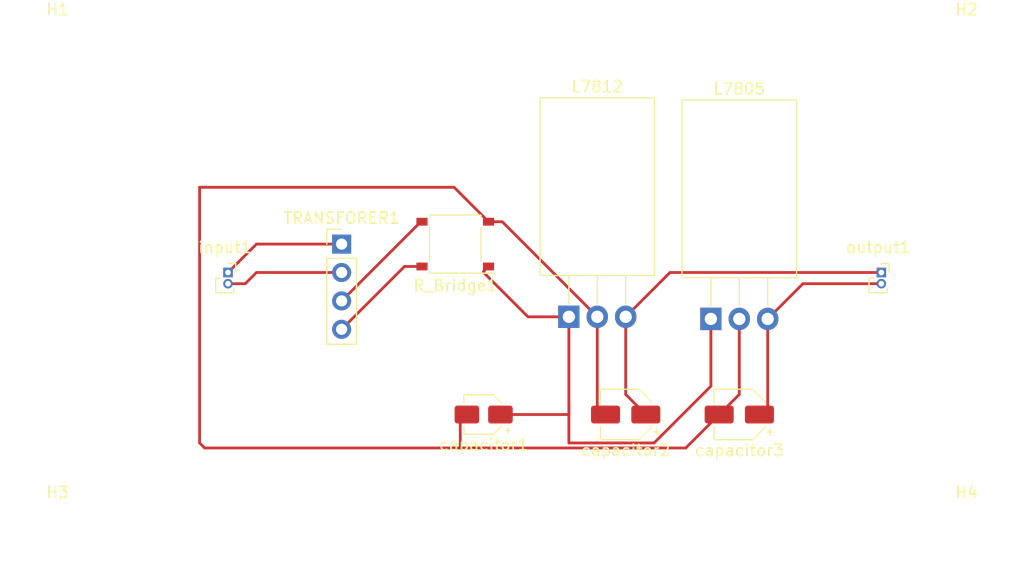
<source format=kicad_pcb>
(kicad_pcb (version 20211014) (generator pcbnew)
  (layers (0 "F.Cu" signal) (31 "B.Cu" signal) (34 "B.Paste" user) (35 "F.Paste" user) (36 "B.SilkS" user "B.Silkscreen") (37 "F.SilkS" user "F.Silkscreen") (38 "B.Mask" user) (39 "F.Mask" user) (44 "Edge.Cuts" user))
  (net 0 "")
  (net 1 "Net-(L7805-Pad1)")
  (net 2 "GND")
  (net 3 "Net-(L7812-Pad3)")
  (net 4 "Net-(L7805-Pad3)")
  (net 5 "Net-(TRANSFORER1-Pad1)")
  (net 6 "Net-(TRANSFORER1-Pad2)")
  (net 7 "Net-(R_Bridge1-Pad3)")
  (net 8 "Net-(R_Bridge1-Pad4)")
  (footprint "Connector_PinSocket_1.00mm:PinSocket_1x02_P1.00mm_Vertical" (layer "F.Cu") (at 203.2 93.98)
    (fp_text reference "output1" (at -0.29 -2.25) (layer "F.SilkS"))
    (fp_text value "Conn")
    (fp_line (start 0 -0.81) (end 0.685 -0.81) (layer "F.SilkS") (width 0.12))
    (fp_line (start 0.685 -0.81) (end 0.685 0) (layer "F.SilkS") (width 0.12))
    (fp_line (start -1.1 0.5) (end -0.685 0.5) (layer "F.SilkS") (width 0.12))
    (fp_line (start -1.1 1.81) (end 0.52 1.81) (layer "F.SilkS") (width 0.12))
    (fp_line (start -1.1 0.5) (end -1.1 1.81) (layer "F.SilkS") (width 0.12))
    (fp_line (start 0.52 1.445898) (end 0.52 1.81) (layer "F.SilkS") (width 0.12))
    (pad "1" thru_hole rect (at 0 0) (size 0.85 0.85) (drill 0.5) (layers *.Cu *.Mask) (net 3 "Net-(L7812-Pad3)"))
    (pad "2" thru_hole oval (at 0 1) (size 0.85 0.85) (drill 0.5) (layers *.Cu *.Mask) (net 4 "Net-(L7805-Pad3)"))
  )
  (footprint "Diode_SMD:Diode_Bridge_Diotec_ABS" (layer "F.Cu") (at 165.1 91.44 180)
    (fp_text reference "R_Bridge1" (at 0 -3.7) (layer "F.SilkS"))
    (fp_text value "ABS4")
    (fp_line (start 2.3 -2.4) (end 2.3 -2.6) (layer "F.SilkS") (width 0.12))
    (fp_line (start 2.3 2.6) (end -2.3 2.6) (layer "F.SilkS") (width 0.12))
    (fp_line (start 2.3 -1.5) (end 2.3 1.5) (layer "F.SilkS") (width 0.12))
    (fp_line (start 2.3 -2.6) (end -3.5 -2.6) (layer "F.SilkS") (width 0.12))
    (fp_line (start -2.3 2.6) (end -2.3 2.4) (layer "F.SilkS") (width 0.12))
    (fp_line (start -2.3 1.5) (end -2.3 -1.5) (layer "F.SilkS") (width 0.12))
    (fp_line (start 2.3 2.4) (end 2.3 2.6) (layer "F.SilkS") (width 0.12))
    (pad "1" smd rect (at -2.975 -2 180) (size 1 0.7) (layers "F.Cu" "F.Paste" "F.Mask") (net 1 "Net-(L7805-Pad1)"))
    (pad "2" smd rect (at -2.975 2 180) (size 1 0.7) (layers "F.Cu" "F.Paste" "F.Mask") (net 2 "GND"))
    (pad "3" smd rect (at 2.975 2 180) (size 1 0.7) (layers "F.Cu" "F.Paste" "F.Mask") (net 7 "Net-(R_Bridge1-Pad3)"))
    (pad "4" smd rect (at 2.975 -2 180) (size 1 0.7) (layers "F.Cu" "F.Paste" "F.Mask") (net 8 "Net-(R_Bridge1-Pad4)"))
  )
  (footprint "MountingHole:MountingHole_2.1mm" (layer "F.Cu") (at 210.82 73.66)
    (fp_text reference "H2" (at 0 -3.2) (layer "F.SilkS"))
    (fp_text value "MountingHole")
    (pad "" np_thru_hole circle (at 0 0) (size 2.1 2.1) (drill 2.1) (layers *.Cu *.Mask))
  )
  (footprint "Package_TO_SOT_THT:TO-220-3_Horizontal_TabDown" (layer "F.Cu") (at 175.26 97.94)
    (fp_text reference "L7812" (at 2.54 -20.58) (layer "F.SilkS"))
    (fp_text value "L7812")
    (fp_line (start 2.54 -3.69) (end 2.54 -1.15) (layer "F.SilkS") (width 0.12))
    (fp_line (start 7.66 -19.58) (end 7.66 -3.69) (layer "F.SilkS") (width 0.12))
    (fp_line (start -2.58 -19.58) (end -2.58 -3.69) (layer "F.SilkS") (width 0.12))
    (fp_line (start -2.58 -19.58) (end 7.66 -19.58) (layer "F.SilkS") (width 0.12))
    (fp_line (start 5.08 -3.69) (end 5.08 -1.15) (layer "F.SilkS") (width 0.12))
    (fp_line (start 0 -3.69) (end 0 -1.15) (layer "F.SilkS") (width 0.12))
    (fp_line (start -2.58 -3.69) (end 7.66 -3.69) (layer "F.SilkS") (width 0.12))
    (pad "" np_thru_hole oval (at 2.54 -16.66) (size 3.5 3.5) (drill 3.5) (layers *.Cu *.Mask))
    (pad "1" thru_hole rect (at 0 0) (size 1.905 2) (drill 1.1) (layers *.Cu *.Mask) (net 1 "Net-(L7805-Pad1)"))
    (pad "2" thru_hole oval (at 2.54 0) (size 1.905 2) (drill 1.1) (layers *.Cu *.Mask) (net 2 "GND"))
    (pad "3" thru_hole oval (at 5.08 0) (size 1.905 2) (drill 1.1) (layers *.Cu *.Mask) (net 3 "Net-(L7812-Pad3)"))
  )
  (footprint "MountingHole:MountingHole_2.1mm" (layer "F.Cu") (at 210.82 116.84)
    (fp_text reference "H4" (at 0 -3.2) (layer "F.SilkS"))
    (fp_text value "MountingHole")
    (pad "" np_thru_hole circle (at 0 0) (size 2.1 2.1) (drill 2.1) (layers *.Cu *.Mask))
  )
  (footprint "Connector_PinSocket_1.00mm:PinSocket_1x02_P1.00mm_Vertical" (layer "F.Cu") (at 144.78 93.98)
    (fp_text reference "input1" (at -0.29 -2.25) (layer "F.SilkS"))
    (fp_text value "Conn")
    (fp_line (start -1.1 1.81) (end 0.52 1.81) (layer "F.SilkS") (width 0.12))
    (fp_line (start 0.52 1.445898) (end 0.52 1.81) (layer "F.SilkS") (width 0.12))
    (fp_line (start -1.1 0.5) (end -0.685 0.5) (layer "F.SilkS") (width 0.12))
    (fp_line (start 0 -0.81) (end 0.685 -0.81) (layer "F.SilkS") (width 0.12))
    (fp_line (start -1.1 0.5) (end -1.1 1.81) (layer "F.SilkS") (width 0.12))
    (fp_line (start 0.685 -0.81) (end 0.685 0) (layer "F.SilkS") (width 0.12))
    (pad "1" thru_hole rect (at 0 0) (size 0.85 0.85) (drill 0.5) (layers *.Cu *.Mask) (net 5 "Net-(TRANSFORER1-Pad1)"))
    (pad "2" thru_hole oval (at 0 1) (size 0.85 0.85) (drill 0.5) (layers *.Cu *.Mask) (net 6 "Net-(TRANSFORER1-Pad2)"))
  )
  (footprint "Package_TO_SOT_THT:TO-220-3_Horizontal_TabDown" (layer "F.Cu") (at 187.96 98.13)
    (fp_text reference "L7805" (at 2.54 -20.58) (layer "F.SilkS"))
    (fp_text value "L7805")
    (fp_line (start 7.66 -19.58) (end 7.66 -3.69) (layer "F.SilkS") (width 0.12))
    (fp_line (start -2.58 -3.69) (end 7.66 -3.69) (layer "F.SilkS") (width 0.12))
    (fp_line (start -2.58 -19.58) (end 7.66 -19.58) (layer "F.SilkS") (width 0.12))
    (fp_line (start 0 -3.69) (end 0 -1.15) (layer "F.SilkS") (width 0.12))
    (fp_line (start 2.54 -3.69) (end 2.54 -1.15) (layer "F.SilkS") (width 0.12))
    (fp_line (start 5.08 -3.69) (end 5.08 -1.15) (layer "F.SilkS") (width 0.12))
    (fp_line (start -2.58 -19.58) (end -2.58 -3.69) (layer "F.SilkS") (width 0.12))
    (pad "" np_thru_hole oval (at 2.54 -16.66) (size 3.5 3.5) (drill 3.5) (layers *.Cu *.Mask))
    (pad "1" thru_hole rect (at 0 0) (size 1.905 2) (drill 1.1) (layers *.Cu *.Mask) (net 1 "Net-(L7805-Pad1)"))
    (pad "2" thru_hole oval (at 2.54 0) (size 1.905 2) (drill 1.1) (layers *.Cu *.Mask) (net 2 "GND"))
    (pad "3" thru_hole oval (at 5.08 0) (size 1.905 2) (drill 1.1) (layers *.Cu *.Mask) (net 4 "Net-(L7805-Pad3)"))
  )
  (footprint "Capacitor_SMD:CP_Elec_4x3" (layer "F.Cu") (at 180.34 106.68 180)
    (fp_text reference "capacitor2" (at 0 -3.2) (layer "F.SilkS"))
    (fp_text value "c2")
    (fp_line (start -2.26 1.195563) (end -2.26 1.06) (layer "F.SilkS") (width 0.12))
    (fp_line (start -3 -1.56) (end -2.5 -1.56) (layer "F.SilkS") (width 0.12))
    (fp_line (start -1.195563 -2.26) (end 2.26 -2.26) (layer "F.SilkS") (width 0.12))
    (fp_line (start -2.26 1.195563) (end -1.195563 2.26) (layer "F.SilkS") (width 0.12))
    (fp_line (start -2.75 -1.81) (end -2.75 -1.31) (layer "F.SilkS") (width 0.12))
    (fp_line (start 2.26 2.26) (end 2.26 1.06) (layer "F.SilkS") (width 0.12))
    (fp_line (start -2.26 -1.195563) (end -1.195563 -2.26) (layer "F.SilkS") (width 0.12))
    (fp_line (start 2.26 -2.26) (end 2.26 -1.06) (layer "F.SilkS") (width 0.12))
    (fp_line (start -2.26 -1.195563) (end -2.26 -1.06) (layer "F.SilkS") (width 0.12))
    (fp_line (start -1.195563 2.26) (end 2.26 2.26) (layer "F.SilkS") (width 0.12))
    (pad "1" smd roundrect (at -1.8 0 180) (size 2.6 1.6) (layers "F.Cu" "F.Paste" "F.Mask") (roundrect_rratio 0.15625) (net 3 "Net-(L7812-Pad3)"))
    (pad "2" smd roundrect (at 1.8 0 180) (size 2.6 1.6) (layers "F.Cu" "F.Paste" "F.Mask") (roundrect_rratio 0.15625) (net 2 "GND"))
  )
  (footprint "Capacitor_SMD:CP_Elec_4x3" (layer "F.Cu") (at 190.5 106.68 180)
    (fp_text reference "capacitor3" (at 0 -3.2) (layer "F.SilkS"))
    (fp_text value "c3")
    (fp_line (start 2.26 2.26) (end 2.26 1.06) (layer "F.SilkS") (width 0.12))
    (fp_line (start -2.26 -1.195563) (end -2.26 -1.06) (layer "F.SilkS") (width 0.12))
    (fp_line (start 2.26 -2.26) (end 2.26 -1.06) (layer "F.SilkS") (width 0.12))
    (fp_line (start -2.26 1.195563) (end -1.195563 2.26) (layer "F.SilkS") (width 0.12))
    (fp_line (start -1.195563 -2.26) (end 2.26 -2.26) (layer "F.SilkS") (width 0.12))
    (fp_line (start -3 -1.56) (end -2.5 -1.56) (layer "F.SilkS") (width 0.12))
    (fp_line (start -2.26 1.195563) (end -2.26 1.06) (layer "F.SilkS") (width 0.12))
    (fp_line (start -2.75 -1.81) (end -2.75 -1.31) (layer "F.SilkS") (width 0.12))
    (fp_line (start -1.195563 2.26) (end 2.26 2.26) (layer "F.SilkS") (width 0.12))
    (fp_line (start -2.26 -1.195563) (end -1.195563 -2.26) (layer "F.SilkS") (width 0.12))
    (pad "1" smd roundrect (at -1.8 0 180) (size 2.6 1.6) (layers "F.Cu" "F.Paste" "F.Mask") (roundrect_rratio 0.15625) (net 4 "Net-(L7805-Pad3)"))
    (pad "2" smd roundrect (at 1.8 0 180) (size 2.6 1.6) (layers "F.Cu" "F.Paste" "F.Mask") (roundrect_rratio 0.15625) (net 2 "GND"))
  )
  (footprint "MountingHole:MountingHole_2.1mm" (layer "F.Cu") (at 129.54 116.84)
    (fp_text reference "H3" (at 0 -3.2) (layer "F.SilkS"))
    (fp_text value "MountingHole")
    (pad "" np_thru_hole circle (at 0 0) (size 2.1 2.1) (drill 2.1) (layers *.Cu *.Mask))
  )
  (footprint "Capacitor_SMD:CP_Elec_3x5.4" (layer "F.Cu") (at 167.64 106.68 180)
    (fp_text reference "capacitor1" (at 0 -2.7) (layer "F.SilkS"))
    (fp_text value "c1")
    (fp_line (start -2.1875 -1.6225) (end -2.1875 -1.2475) (layer "F.SilkS") (width 0.12))
    (fp_line (start -1.570563 1.06) (end -0.870563 1.76) (layer "F.SilkS") (width 0.12))
    (fp_line (start -2.375 -1.435) (end -2 -1.435) (layer "F.SilkS") (width 0.12))
    (fp_line (start -1.570563 -1.06) (end -0.870563 -1.76) (layer "F.SilkS") (width 0.12))
    (fp_line (start 1.76 1.76) (end 1.76 1.06) (layer "F.SilkS") (width 0.12))
    (fp_line (start -0.870563 1.76) (end 1.76 1.76) (layer "F.SilkS") (width 0.12))
    (fp_line (start 1.76 -1.76) (end 1.76 -1.06) (layer "F.SilkS") (width 0.12))
    (fp_line (start -0.870563 -1.76) (end 1.76 -1.76) (layer "F.SilkS") (width 0.12))
    (pad "1" smd roundrect (at -1.5 0 180) (size 2.2 1.6) (layers "F.Cu" "F.Paste" "F.Mask") (roundrect_rratio 0.15625) (net 1 "Net-(L7805-Pad1)"))
    (pad "2" smd roundrect (at 1.5 0 180) (size 2.2 1.6) (layers "F.Cu" "F.Paste" "F.Mask") (roundrect_rratio 0.15625) (net 2 "GND"))
  )
  (footprint "Connector_PinHeader_2.54mm:PinHeader_1x04_P2.54mm_Vertical" (layer "F.Cu") (at 154.94 91.44)
    (fp_text reference "TRANSFORER1" (at 0 -2.33) (layer "F.SilkS"))
    (fp_text value "Tran")
    (fp_line (start -1.33 1.27) (end 1.33 1.27) (layer "F.SilkS") (width 0.12))
    (fp_line (start -1.33 0) (end -1.33 -1.33) (layer "F.SilkS") (width 0.12))
    (fp_line (start 1.33 1.27) (end 1.33 8.95) (layer "F.SilkS") (width 0.12))
    (fp_line (start -1.33 8.95) (end 1.33 8.95) (layer "F.SilkS") (width 0.12))
    (fp_line (start -1.33 -1.33) (end 0 -1.33) (layer "F.SilkS") (width 0.12))
    (fp_line (start -1.33 1.27) (end -1.33 8.95) (layer "F.SilkS") (width 0.12))
    (pad "1" thru_hole rect (at 0 0) (size 1.7 1.7) (drill 1) (layers *.Cu *.Mask) (net 5 "Net-(TRANSFORER1-Pad1)"))
    (pad "2" thru_hole oval (at 0 2.54) (size 1.7 1.7) (drill 1) (layers *.Cu *.Mask) (net 6 "Net-(TRANSFORER1-Pad2)"))
    (pad "3" thru_hole oval (at 0 5.08) (size 1.7 1.7) (drill 1) (layers *.Cu *.Mask) (net 7 "Net-(R_Bridge1-Pad3)"))
    (pad "4" thru_hole oval (at 0 7.62) (size 1.7 1.7) (drill 1) (layers *.Cu *.Mask) (net 8 "Net-(R_Bridge1-Pad4)"))
  )
  (footprint "MountingHole:MountingHole_2.1mm" (layer "F.Cu") (at 129.54 73.66)
    (fp_text reference "H1" (at 0 -3.2) (layer "F.SilkS"))
    (fp_text value "MountingHole")
    (pad "" np_thru_hole circle (at 0 0) (size 2.1 2.1) (drill 2.1) (layers *.Cu *.Mask))
  )
  (segment (start 175.26 97.94) (end 175.26 105.812493) (width 0.25) (layer "F.Cu") (net 1))
  (segment (start 175.26 97.94) (end 171.6 97.94) (width 0.25) (layer "F.Cu") (net 1))
  (segment (start 187.96 104.14) (end 187.96 98.13) (width 0.25) (layer "F.Cu") (net 1))
  (segment (start 167.64 93.98) (end 167.64 93.875) (width 0.25) (layer "F.Cu") (net 1))
  (segment (start 182.88 109.22) (end 187.96 104.14) (width 0.25) (layer "F.Cu") (net 1))
  (segment (start 171.6 97.94) (end 167.64 93.98) (width 0.25) (layer "F.Cu") (net 1))
  (segment (start 175.26 106.68) (end 175.26 105.812493) (width 0.25) (layer "F.Cu") (net 1))
  (segment (start 167.64 93.875) (end 168.075 93.44) (width 0.25) (layer "F.Cu") (net 1))
  (segment (start 169.14 106.68) (end 175.26 106.68) (width 0.25) (layer "F.Cu") (net 1))
  (segment (start 175.26 109.22) (end 182.88 109.22) (width 0.25) (layer "F.Cu") (net 1))
  (segment (start 175.26 105.812493) (end 175.26 109.22) (width 0.25) (layer "F.Cu") (net 1))
  (segment (start 142.24 109.22) (end 142.68952 109.66952) (width 0.25) (layer "F.Cu") (net 2))
  (segment (start 177.8 97.94) (end 177.8 105.94) (width 0.25) (layer "F.Cu") (net 2))
  (segment (start 165.54952 109.66952) (end 185.71048 109.66952) (width 0.25) (layer "F.Cu") (net 2))
  (segment (start 164.995 86.36) (end 142.24 86.36) (width 0.25) (layer "F.Cu") (net 2))
  (segment (start 168.075 89.44) (end 164.995 86.36) (width 0.25) (layer "F.Cu") (net 2))
  (segment (start 190.5 104.88) (end 188.7 106.68) (width 0.25) (layer "F.Cu") (net 2))
  (segment (start 185.71048 109.66952) (end 188.7 106.68) (width 0.25) (layer "F.Cu") (net 2))
  (segment (start 177.8 97.8925) (end 177.8 97.94) (width 0.25) (layer "F.Cu") (net 2))
  (segment (start 190.5 98.13) (end 190.5 104.88) (width 0.25) (layer "F.Cu") (net 2))
  (segment (start 142.24 86.36) (end 142.24 109.22) (width 0.25) (layer "F.Cu") (net 2))
  (segment (start 165.54952 107.27048) (end 165.54952 109.66952) (width 0.25) (layer "F.Cu") (net 2))
  (segment (start 169.3 89.44) (end 177.8 97.94) (width 0.25) (layer "F.Cu") (net 2))
  (segment (start 177.8 105.94) (end 178.54 106.68) (width 0.25) (layer "F.Cu") (net 2))
  (segment (start 166.14 106.68) (end 166.52 106.68) (width 0.25) (layer "F.Cu") (net 2))
  (segment (start 142.68952 109.66952) (end 165.54952 109.66952) (width 0.25) (layer "F.Cu") (net 2))
  (segment (start 166.14 106.68) (end 165.54952 107.27048) (width 0.25) (layer "F.Cu") (net 2))
  (segment (start 168.075 89.44) (end 169.3 89.44) (width 0.25) (layer "F.Cu") (net 2))
  (segment (start 180.34 97.94) (end 184.3 93.98) (width 0.25) (layer "F.Cu") (net 3))
  (segment (start 180.34 104.88) (end 182.14 106.68) (width 0.25) (layer "F.Cu") (net 3))
  (segment (start 184.3 93.98) (end 203.2 93.98) (width 0.25) (layer "F.Cu") (net 3))
  (segment (start 180.34 97.94) (end 180.34 104.88) (width 0.25) (layer "F.Cu") (net 3))
  (segment (start 196.19 94.98) (end 193.04 98.13) (width 0.25) (layer "F.Cu") (net 4))
  (segment (start 193.04 98.13) (end 193.04 105.94) (width 0.25) (layer "F.Cu") (net 4))
  (segment (start 193.04 105.94) (end 192.3 106.68) (width 0.25) (layer "F.Cu") (net 4))
  (segment (start 203.2 94.98) (end 196.19 94.98) (width 0.25) (layer "F.Cu") (net 4))
  (segment (start 147.32 91.44) (end 154.94 91.44) (width 0.25) (layer "F.Cu") (net 5))
  (segment (start 144.78 93.98) (end 147.32 91.44) (width 0.25) (layer "F.Cu") (net 5))
  (segment (start 146.32 94.98) (end 147.32 93.98) (width 0.25) (layer "F.Cu") (net 6))
  (segment (start 147.32 93.98) (end 154.94 93.98) (width 0.25) (layer "F.Cu") (net 6))
  (segment (start 144.78 94.98) (end 146.32 94.98) (width 0.25) (layer "F.Cu") (net 6))
  (segment (start 154.94 96.52) (end 162.02 89.44) (width 0.25) (layer "F.Cu") (net 7))
  (segment (start 162.02 89.44) (end 162.125 89.44) (width 0.25) (layer "F.Cu") (net 7))
  (segment (start 160.56 93.44) (end 162.125 93.44) (width 0.25) (layer "F.Cu") (net 8))
  (segment (start 154.94 99.06) (end 160.56 93.44) (width 0.25) (layer "F.Cu") (net 8))
)
</source>
